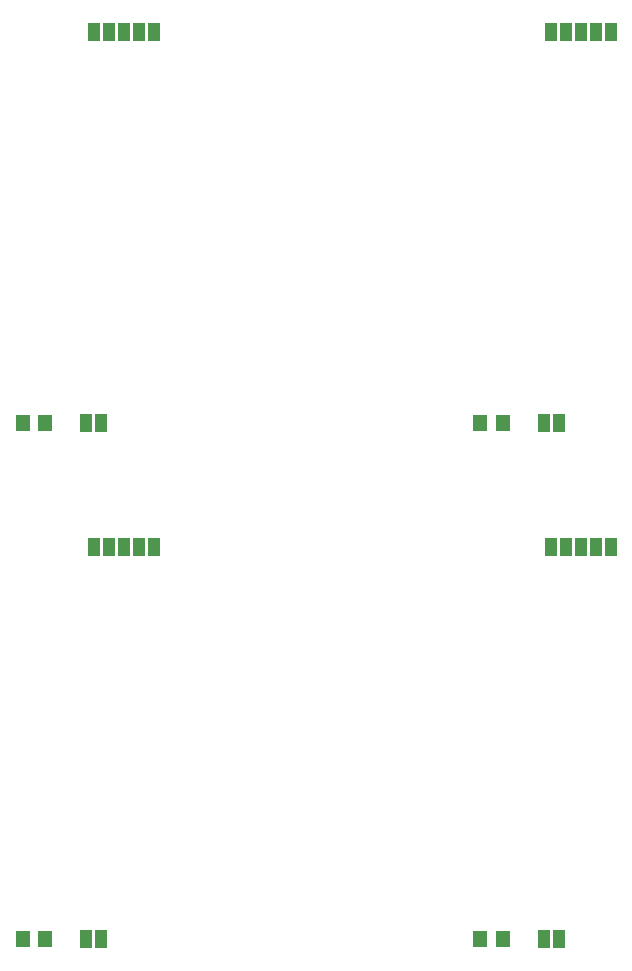
<source format=gbr>
%FSLAX34Y34*%
%MOMM*%
%LNSMDMASK_BOTTOM*%
G71*
G01*
%ADD10R, 1.000X1.500*%
%ADD11R, 1.300X1.400*%
%LPD*%
X169875Y-60312D02*
G54D10*
D03*
X144475Y-60312D02*
G54D10*
D03*
X182575Y-60312D02*
G54D10*
D03*
X157175Y-60312D02*
G54D10*
D03*
X131775Y-60312D02*
G54D10*
D03*
X125425Y-392100D02*
G54D10*
D03*
X138125Y-392100D02*
G54D10*
D03*
X71451Y-392100D02*
G54D11*
D03*
X90451Y-392100D02*
G54D11*
D03*
X557225Y-60313D02*
G54D10*
D03*
X531825Y-60313D02*
G54D10*
D03*
X569925Y-60313D02*
G54D10*
D03*
X544525Y-60313D02*
G54D10*
D03*
X519125Y-60313D02*
G54D10*
D03*
X512775Y-392100D02*
G54D10*
D03*
X525475Y-392100D02*
G54D10*
D03*
X458800Y-392100D02*
G54D11*
D03*
X477800Y-392100D02*
G54D11*
D03*
X169875Y-496875D02*
G54D10*
D03*
X144475Y-496875D02*
G54D10*
D03*
X182575Y-496875D02*
G54D10*
D03*
X157175Y-496875D02*
G54D10*
D03*
X131775Y-496875D02*
G54D10*
D03*
X125425Y-828663D02*
G54D10*
D03*
X138125Y-828663D02*
G54D10*
D03*
X71451Y-828662D02*
G54D11*
D03*
X90451Y-828662D02*
G54D11*
D03*
X557225Y-496875D02*
G54D10*
D03*
X531825Y-496875D02*
G54D10*
D03*
X569925Y-496875D02*
G54D10*
D03*
X544525Y-496875D02*
G54D10*
D03*
X519125Y-496875D02*
G54D10*
D03*
X512775Y-828663D02*
G54D10*
D03*
X525475Y-828663D02*
G54D10*
D03*
X458800Y-828662D02*
G54D11*
D03*
X477800Y-828662D02*
G54D11*
D03*
M02*

</source>
